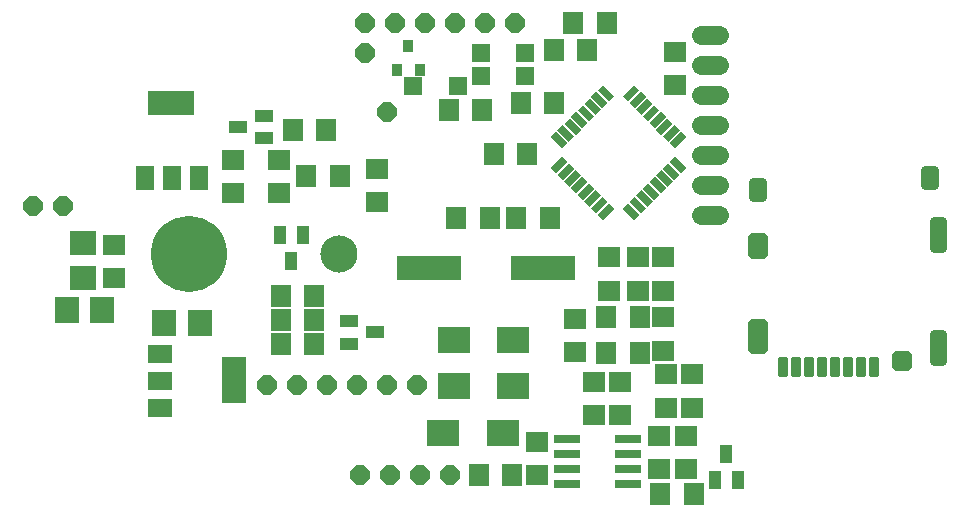
<source format=gts>
G75*
G70*
%OFA0B0*%
%FSLAX24Y24*%
%IPPOS*%
%LPD*%
%AMOC8*
5,1,8,0,0,1.08239X$1,22.5*
%
%ADD10C,0.2540*%
%ADD11C,0.1240*%
%ADD12R,0.0540X0.0260*%
%ADD13R,0.0260X0.0540*%
%ADD14R,0.0830X0.0630*%
%ADD15R,0.0830X0.1540*%
%ADD16R,0.0630X0.0830*%
%ADD17R,0.1540X0.0830*%
%ADD18R,0.0906X0.0276*%
%ADD19R,0.2140X0.0800*%
%ADD20R,0.0591X0.0434*%
%ADD21R,0.0434X0.0591*%
%ADD22R,0.0350X0.0390*%
%ADD23R,0.0591X0.0591*%
%ADD24R,0.0670X0.0750*%
%ADD25R,0.0750X0.0670*%
%ADD26R,0.0749X0.0670*%
%ADD27R,0.0670X0.0749*%
%ADD28R,0.1064X0.0906*%
%ADD29C,0.0640*%
%ADD30OC8,0.0640*%
%ADD31R,0.0827X0.0906*%
%ADD32R,0.0906X0.0827*%
%ADD33C,0.0177*%
%ADD34C,0.0325*%
%ADD35C,0.0296*%
D10*
X006000Y010745D03*
D11*
X011000Y010745D03*
D12*
G36*
X018608Y013827D02*
X018228Y013447D01*
X018044Y013631D01*
X018424Y014011D01*
X018608Y013827D01*
G37*
G36*
X018830Y013604D02*
X018450Y013224D01*
X018266Y013408D01*
X018646Y013788D01*
X018830Y013604D01*
G37*
G36*
X019053Y013382D02*
X018673Y013002D01*
X018489Y013186D01*
X018869Y013566D01*
X019053Y013382D01*
G37*
G36*
X019276Y013159D02*
X018896Y012779D01*
X018712Y012963D01*
X019092Y013343D01*
X019276Y013159D01*
G37*
G36*
X019498Y012936D02*
X019118Y012556D01*
X018934Y012740D01*
X019314Y013120D01*
X019498Y012936D01*
G37*
G36*
X019721Y012714D02*
X019341Y012334D01*
X019157Y012518D01*
X019537Y012898D01*
X019721Y012714D01*
G37*
G36*
X019944Y012491D02*
X019564Y012111D01*
X019380Y012295D01*
X019760Y012675D01*
X019944Y012491D01*
G37*
G36*
X020166Y012268D02*
X019786Y011888D01*
X019602Y012072D01*
X019982Y012452D01*
X020166Y012268D01*
G37*
G36*
X022556Y014658D02*
X022176Y014278D01*
X021992Y014462D01*
X022372Y014842D01*
X022556Y014658D01*
G37*
G36*
X022334Y014881D02*
X021954Y014501D01*
X021770Y014685D01*
X022150Y015065D01*
X022334Y014881D01*
G37*
G36*
X022111Y015104D02*
X021731Y014724D01*
X021547Y014908D01*
X021927Y015288D01*
X022111Y015104D01*
G37*
G36*
X021888Y015326D02*
X021508Y014946D01*
X021324Y015130D01*
X021704Y015510D01*
X021888Y015326D01*
G37*
G36*
X021666Y015549D02*
X021286Y015169D01*
X021102Y015353D01*
X021482Y015733D01*
X021666Y015549D01*
G37*
G36*
X021443Y015772D02*
X021063Y015392D01*
X020879Y015576D01*
X021259Y015956D01*
X021443Y015772D01*
G37*
G36*
X021220Y015994D02*
X020840Y015614D01*
X020656Y015798D01*
X021036Y016178D01*
X021220Y015994D01*
G37*
G36*
X020998Y016217D02*
X020618Y015837D01*
X020434Y016021D01*
X020814Y016401D01*
X020998Y016217D01*
G37*
D13*
G36*
X020166Y016021D02*
X019982Y015837D01*
X019602Y016217D01*
X019786Y016401D01*
X020166Y016021D01*
G37*
G36*
X019944Y015798D02*
X019760Y015614D01*
X019380Y015994D01*
X019564Y016178D01*
X019944Y015798D01*
G37*
G36*
X019721Y015576D02*
X019537Y015392D01*
X019157Y015772D01*
X019341Y015956D01*
X019721Y015576D01*
G37*
G36*
X019498Y015353D02*
X019314Y015169D01*
X018934Y015549D01*
X019118Y015733D01*
X019498Y015353D01*
G37*
G36*
X019276Y015130D02*
X019092Y014946D01*
X018712Y015326D01*
X018896Y015510D01*
X019276Y015130D01*
G37*
G36*
X019053Y014908D02*
X018869Y014724D01*
X018489Y015104D01*
X018673Y015288D01*
X019053Y014908D01*
G37*
G36*
X018830Y014685D02*
X018646Y014501D01*
X018266Y014881D01*
X018450Y015065D01*
X018830Y014685D01*
G37*
G36*
X018608Y014462D02*
X018424Y014278D01*
X018044Y014658D01*
X018228Y014842D01*
X018608Y014462D01*
G37*
G36*
X021443Y012518D02*
X021259Y012334D01*
X020879Y012714D01*
X021063Y012898D01*
X021443Y012518D01*
G37*
G36*
X021666Y012740D02*
X021482Y012556D01*
X021102Y012936D01*
X021286Y013120D01*
X021666Y012740D01*
G37*
G36*
X021888Y012963D02*
X021704Y012779D01*
X021324Y013159D01*
X021508Y013343D01*
X021888Y012963D01*
G37*
G36*
X022111Y013186D02*
X021927Y013002D01*
X021547Y013382D01*
X021731Y013566D01*
X022111Y013186D01*
G37*
G36*
X022334Y013408D02*
X022150Y013224D01*
X021770Y013604D01*
X021954Y013788D01*
X022334Y013408D01*
G37*
G36*
X022556Y013631D02*
X022372Y013447D01*
X021992Y013827D01*
X022176Y014011D01*
X022556Y013631D01*
G37*
G36*
X021220Y012295D02*
X021036Y012111D01*
X020656Y012491D01*
X020840Y012675D01*
X021220Y012295D01*
G37*
G36*
X020998Y012072D02*
X020814Y011888D01*
X020434Y012268D01*
X020618Y012452D01*
X020998Y012072D01*
G37*
D14*
X005010Y005635D03*
X005010Y006535D03*
X005010Y007435D03*
D15*
X007490Y006545D03*
D16*
X006310Y013305D03*
X005410Y013305D03*
X004510Y013305D03*
D17*
X005400Y015785D03*
D18*
X018576Y004595D03*
X018576Y004095D03*
X018576Y003595D03*
X018576Y003095D03*
X020624Y003095D03*
X020624Y003595D03*
X020624Y004095D03*
X020624Y004595D03*
D19*
X017800Y010295D03*
X014000Y010295D03*
D20*
X011317Y008519D03*
X012183Y008145D03*
X011317Y007771D03*
X008483Y014621D03*
X007617Y014995D03*
X008483Y015369D03*
D21*
X009026Y011378D03*
X009774Y011378D03*
X009400Y010512D03*
X023526Y003212D03*
X024274Y003212D03*
X023900Y004078D03*
D22*
X013670Y016895D03*
X012910Y016895D03*
X013290Y017695D03*
D23*
X013452Y016345D03*
X014948Y016345D03*
X015702Y016695D03*
X015702Y017445D03*
X017198Y017445D03*
X017198Y016695D03*
D24*
X017040Y015795D03*
X018160Y015795D03*
X018140Y017545D03*
X019260Y017545D03*
X018790Y018445D03*
X019910Y018445D03*
X017260Y014095D03*
X016140Y014095D03*
X011010Y013345D03*
X009890Y013345D03*
X009440Y014895D03*
X010560Y014895D03*
X010160Y009345D03*
X010160Y008545D03*
X009040Y008545D03*
X009040Y009345D03*
X015640Y003395D03*
X016760Y003395D03*
X021690Y002745D03*
X022810Y002745D03*
D25*
X022550Y003585D03*
X022550Y004704D03*
X022750Y005635D03*
X021900Y005635D03*
X020350Y005385D03*
X020350Y006504D03*
X021900Y006754D03*
X021800Y007535D03*
X022750Y006754D03*
X021800Y008654D03*
X021800Y009535D03*
X020950Y009535D03*
X020000Y009535D03*
X020000Y010654D03*
X020950Y010654D03*
X021800Y010654D03*
X012250Y012485D03*
X012250Y013604D03*
X009000Y013904D03*
X009000Y012785D03*
D26*
X007450Y012793D03*
X007450Y013896D03*
X003500Y011046D03*
X003500Y009943D03*
X017600Y004496D03*
X017600Y003393D03*
X019500Y005393D03*
X019500Y006496D03*
X018850Y007493D03*
X018850Y008596D03*
X021650Y004696D03*
X021650Y003593D03*
X022200Y016393D03*
X022200Y017496D03*
D27*
X015751Y015545D03*
X014649Y015545D03*
X014899Y011945D03*
X016001Y011945D03*
X016899Y011945D03*
X018001Y011945D03*
X019899Y008645D03*
X021001Y008645D03*
X021001Y007445D03*
X019899Y007445D03*
X010151Y007745D03*
X009049Y007745D03*
D28*
X014466Y004795D03*
X014816Y006345D03*
X016784Y006345D03*
X016784Y007895D03*
X014816Y007895D03*
X016434Y004795D03*
D29*
X023050Y012045D02*
X023650Y012045D01*
X023650Y013045D02*
X023050Y013045D01*
X023050Y014045D02*
X023650Y014045D01*
X023650Y015045D02*
X023050Y015045D01*
X023050Y016045D02*
X023650Y016045D01*
X023650Y017045D02*
X023050Y017045D01*
X023050Y018045D02*
X023650Y018045D01*
D30*
X016850Y018445D03*
X015850Y018445D03*
X014850Y018445D03*
X013850Y018445D03*
X012850Y018445D03*
X011850Y018445D03*
X011850Y017445D03*
X012600Y015495D03*
X001800Y012345D03*
X000800Y012345D03*
X008600Y006395D03*
X009600Y006395D03*
X010600Y006395D03*
X011600Y006395D03*
X012600Y006395D03*
X013600Y006395D03*
X013700Y003395D03*
X012700Y003395D03*
X011700Y003395D03*
X014700Y003395D03*
D31*
X006341Y008445D03*
X005159Y008445D03*
X003091Y008895D03*
X001909Y008895D03*
D32*
X002450Y009954D03*
X002450Y011135D03*
D33*
X025679Y007263D02*
X025857Y007263D01*
X025857Y006769D01*
X025679Y006769D01*
X025679Y007263D01*
X025679Y006945D02*
X025857Y006945D01*
X025857Y007121D02*
X025679Y007121D01*
X026112Y007263D02*
X026290Y007263D01*
X026290Y006769D01*
X026112Y006769D01*
X026112Y007263D01*
X026112Y006945D02*
X026290Y006945D01*
X026290Y007121D02*
X026112Y007121D01*
X026545Y007263D02*
X026723Y007263D01*
X026723Y006769D01*
X026545Y006769D01*
X026545Y007263D01*
X026545Y006945D02*
X026723Y006945D01*
X026723Y007121D02*
X026545Y007121D01*
X026978Y007263D02*
X027156Y007263D01*
X027156Y006769D01*
X026978Y006769D01*
X026978Y007263D01*
X026978Y006945D02*
X027156Y006945D01*
X027156Y007121D02*
X026978Y007121D01*
X027411Y007263D02*
X027589Y007263D01*
X027589Y006769D01*
X027411Y006769D01*
X027411Y007263D01*
X027411Y006945D02*
X027589Y006945D01*
X027589Y007121D02*
X027411Y007121D01*
X027844Y007263D02*
X028022Y007263D01*
X028022Y006769D01*
X027844Y006769D01*
X027844Y007263D01*
X027844Y006945D02*
X028022Y006945D01*
X028022Y007121D02*
X027844Y007121D01*
X028277Y007263D02*
X028455Y007263D01*
X028455Y006769D01*
X028277Y006769D01*
X028277Y007263D01*
X028277Y006945D02*
X028455Y006945D01*
X028455Y007121D02*
X028277Y007121D01*
X028710Y006769D02*
X028888Y006769D01*
X028710Y006769D02*
X028710Y007263D01*
X028888Y007263D01*
X028888Y006769D01*
X028888Y006945D02*
X028710Y006945D01*
X028710Y007121D02*
X028888Y007121D01*
D34*
X029571Y007366D02*
X029917Y007366D01*
X029917Y007040D01*
X029571Y007040D01*
X029571Y007366D01*
X029571Y007364D02*
X029917Y007364D01*
X025118Y008409D02*
X024792Y008409D01*
X025118Y008409D02*
X025118Y007591D01*
X024792Y007591D01*
X024792Y008409D01*
X024792Y007915D02*
X025118Y007915D01*
X025118Y008239D02*
X024792Y008239D01*
X024792Y011303D02*
X025118Y011303D01*
X025118Y010761D01*
X024792Y010761D01*
X024792Y011303D01*
X024792Y011085D02*
X025118Y011085D01*
D35*
X025072Y013148D02*
X024778Y013148D01*
X025072Y013148D02*
X025072Y012656D01*
X024778Y012656D01*
X024778Y013148D01*
X024778Y012951D02*
X025072Y012951D01*
X030526Y013542D02*
X030820Y013542D01*
X030820Y013050D01*
X030526Y013050D01*
X030526Y013542D01*
X030526Y013345D02*
X030820Y013345D01*
X030802Y011868D02*
X031096Y011868D01*
X031096Y010944D01*
X030802Y010944D01*
X030802Y011868D01*
X030802Y011239D02*
X031096Y011239D01*
X031096Y011534D02*
X030802Y011534D01*
X030802Y011829D02*
X031096Y011829D01*
X031096Y008108D02*
X030802Y008108D01*
X031096Y008108D02*
X031096Y007184D01*
X030802Y007184D01*
X030802Y008108D01*
X030802Y007479D02*
X031096Y007479D01*
X031096Y007774D02*
X030802Y007774D01*
X030802Y008069D02*
X031096Y008069D01*
M02*

</source>
